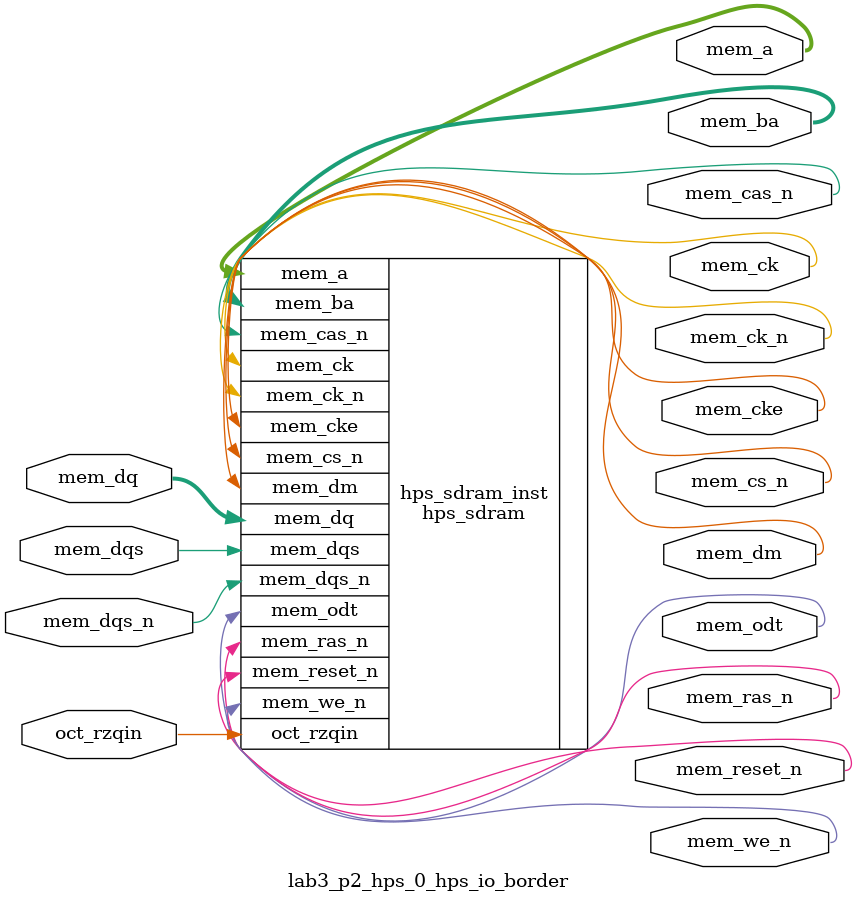
<source format=sv>


module lab3_p2_hps_0_hps_io_border(
// memory
  output wire [13 - 1 : 0 ] mem_a
 ,output wire [3 - 1 : 0 ] mem_ba
 ,output wire [1 - 1 : 0 ] mem_ck
 ,output wire [1 - 1 : 0 ] mem_ck_n
 ,output wire [1 - 1 : 0 ] mem_cke
 ,output wire [1 - 1 : 0 ] mem_cs_n
 ,output wire [1 - 1 : 0 ] mem_ras_n
 ,output wire [1 - 1 : 0 ] mem_cas_n
 ,output wire [1 - 1 : 0 ] mem_we_n
 ,output wire [1 - 1 : 0 ] mem_reset_n
 ,inout wire [8 - 1 : 0 ] mem_dq
 ,inout wire [1 - 1 : 0 ] mem_dqs
 ,inout wire [1 - 1 : 0 ] mem_dqs_n
 ,output wire [1 - 1 : 0 ] mem_odt
 ,output wire [1 - 1 : 0 ] mem_dm
 ,input wire [1 - 1 : 0 ] oct_rzqin
);


hps_sdram hps_sdram_inst(
 .mem_dq({
    mem_dq[7:0] // 7:0
  })
,.mem_odt({
    mem_odt[0:0] // 0:0
  })
,.mem_ras_n({
    mem_ras_n[0:0] // 0:0
  })
,.mem_dqs_n({
    mem_dqs_n[0:0] // 0:0
  })
,.mem_dqs({
    mem_dqs[0:0] // 0:0
  })
,.mem_dm({
    mem_dm[0:0] // 0:0
  })
,.mem_we_n({
    mem_we_n[0:0] // 0:0
  })
,.mem_cas_n({
    mem_cas_n[0:0] // 0:0
  })
,.mem_ba({
    mem_ba[2:0] // 2:0
  })
,.mem_a({
    mem_a[12:0] // 12:0
  })
,.mem_cs_n({
    mem_cs_n[0:0] // 0:0
  })
,.mem_ck({
    mem_ck[0:0] // 0:0
  })
,.mem_cke({
    mem_cke[0:0] // 0:0
  })
,.oct_rzqin({
    oct_rzqin[0:0] // 0:0
  })
,.mem_reset_n({
    mem_reset_n[0:0] // 0:0
  })
,.mem_ck_n({
    mem_ck_n[0:0] // 0:0
  })
);

endmodule


</source>
